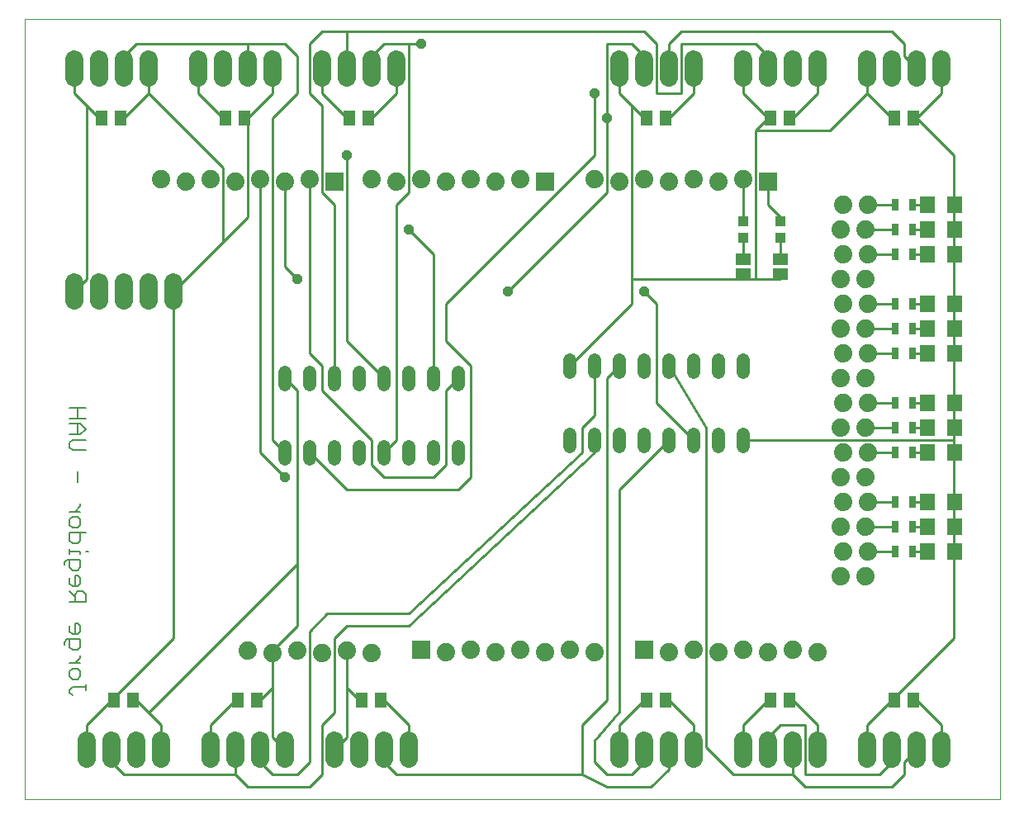
<source format=gtl>
G75*
G70*
%OFA0B0*%
%FSLAX24Y24*%
%IPPOS*%
%LPD*%
%AMOC8*
5,1,8,0,0,1.08239X$1,22.5*
%
%ADD10C,0.0000*%
%ADD11C,0.0060*%
%ADD12R,0.0740X0.0740*%
%ADD13C,0.0740*%
%ADD14C,0.0740*%
%ADD15C,0.0520*%
%ADD16R,0.0315X0.0472*%
%ADD17R,0.0630X0.0710*%
%ADD18R,0.0394X0.0433*%
%ADD19R,0.0630X0.0460*%
%ADD20R,0.0512X0.0591*%
%ADD21C,0.0100*%
%ADD22OC8,0.0400*%
D10*
X000180Y000180D02*
X000180Y031676D01*
X039550Y031676D01*
X039550Y000180D01*
X000180Y000180D01*
D11*
X002117Y004393D02*
X002010Y004500D01*
X002010Y004607D01*
X002117Y004714D01*
X002651Y004714D01*
X002651Y004820D02*
X002651Y004607D01*
X002330Y005038D02*
X002117Y005038D01*
X002010Y005145D01*
X002010Y005358D01*
X002117Y005465D01*
X002330Y005465D01*
X002437Y005358D01*
X002437Y005145D01*
X002330Y005038D01*
X002224Y005682D02*
X002437Y005896D01*
X002437Y006003D01*
X002330Y006219D02*
X002117Y006219D01*
X002010Y006326D01*
X002010Y006646D01*
X001903Y006646D02*
X002437Y006646D01*
X002437Y006326D01*
X002330Y006219D01*
X001796Y006433D02*
X001796Y006540D01*
X001903Y006646D01*
X002117Y006864D02*
X002330Y006864D01*
X002437Y006971D01*
X002437Y007184D01*
X002330Y007291D01*
X002224Y007291D01*
X002224Y006864D01*
X002117Y006864D02*
X002010Y006971D01*
X002010Y007184D01*
X002010Y008153D02*
X002651Y008153D01*
X002651Y008473D01*
X002544Y008580D01*
X002330Y008580D01*
X002224Y008473D01*
X002224Y008153D01*
X002224Y008367D02*
X002010Y008580D01*
X002117Y008798D02*
X002330Y008798D01*
X002437Y008904D01*
X002437Y009118D01*
X002330Y009225D01*
X002224Y009225D01*
X002224Y008798D01*
X002117Y008798D02*
X002010Y008904D01*
X002010Y009118D01*
X002117Y009442D02*
X002010Y009549D01*
X002010Y009869D01*
X001903Y009869D02*
X002437Y009869D01*
X002437Y009549D01*
X002330Y009442D01*
X002117Y009442D01*
X001796Y009656D02*
X001796Y009762D01*
X001903Y009869D01*
X002010Y010087D02*
X002010Y010300D01*
X002010Y010194D02*
X002437Y010194D01*
X002437Y010087D01*
X002651Y010194D02*
X002757Y010194D01*
X002330Y010516D02*
X002437Y010623D01*
X002437Y010943D01*
X002651Y010943D02*
X002010Y010943D01*
X002010Y010623D01*
X002117Y010516D01*
X002330Y010516D01*
X002330Y011161D02*
X002117Y011161D01*
X002010Y011268D01*
X002010Y011481D01*
X002117Y011588D01*
X002330Y011588D01*
X002437Y011481D01*
X002437Y011268D01*
X002330Y011161D01*
X002224Y011806D02*
X002437Y012019D01*
X002437Y012126D01*
X002437Y011806D02*
X002010Y011806D01*
X002330Y012987D02*
X002330Y013414D01*
X002117Y014276D02*
X002010Y014383D01*
X002010Y014597D01*
X002117Y014703D01*
X002651Y014703D01*
X002437Y014921D02*
X002651Y015134D01*
X002437Y015348D01*
X002010Y015348D01*
X002010Y015565D02*
X002651Y015565D01*
X002330Y015565D02*
X002330Y015992D01*
X002010Y015992D02*
X002651Y015992D01*
X002330Y015348D02*
X002330Y014921D01*
X002437Y014921D02*
X002010Y014921D01*
X002117Y014276D02*
X002651Y014276D01*
X002437Y005682D02*
X002010Y005682D01*
D12*
X016180Y006230D03*
X025180Y006230D03*
X021180Y025130D03*
X012680Y025130D03*
X030180Y025130D03*
D13*
X029180Y025230D03*
X028180Y025130D03*
X027180Y025230D03*
X026180Y025130D03*
X025180Y025230D03*
X024180Y025130D03*
X023180Y025230D03*
X020180Y025230D03*
X019180Y025130D03*
X018180Y025230D03*
X017180Y025130D03*
X016180Y025230D03*
X015180Y025130D03*
X014180Y025230D03*
X011680Y025230D03*
X010680Y025130D03*
X009680Y025230D03*
X008680Y025130D03*
X007680Y025230D03*
X006680Y025130D03*
X005680Y025230D03*
X009180Y006180D03*
X010180Y006080D03*
X011180Y006180D03*
X012180Y006080D03*
X013180Y006180D03*
X014180Y006080D03*
X017180Y006130D03*
X018180Y006230D03*
X019180Y006130D03*
X020180Y006230D03*
X021180Y006130D03*
X022180Y006230D03*
X023180Y006130D03*
X026180Y006130D03*
X027180Y006230D03*
X028180Y006130D03*
X029180Y006230D03*
X030180Y006130D03*
X031180Y006230D03*
X032180Y006130D03*
X033130Y009180D03*
X034130Y009180D03*
X034230Y010180D03*
X033230Y010180D03*
X033130Y011180D03*
X034130Y011180D03*
X034230Y012180D03*
X033230Y012180D03*
X033130Y013180D03*
X034130Y013180D03*
X034230Y014180D03*
X033230Y014180D03*
X033130Y015180D03*
X034130Y015180D03*
X034230Y016180D03*
X033230Y016180D03*
X033130Y017180D03*
X034130Y017180D03*
X034230Y018180D03*
X033230Y018180D03*
X033130Y019180D03*
X034130Y019180D03*
X034230Y020180D03*
X033230Y020180D03*
X033130Y021180D03*
X034130Y021180D03*
X034230Y022180D03*
X033230Y022180D03*
X033130Y023180D03*
X034130Y023180D03*
X034230Y024180D03*
X033230Y024180D03*
D14*
X034180Y029310D02*
X034180Y030050D01*
X035180Y030050D02*
X035180Y029310D01*
X036180Y029310D02*
X036180Y030050D01*
X037180Y030050D02*
X037180Y029310D01*
X032180Y029310D02*
X032180Y030050D01*
X031180Y030050D02*
X031180Y029310D01*
X030180Y029310D02*
X030180Y030050D01*
X029180Y030050D02*
X029180Y029310D01*
X027180Y029310D02*
X027180Y030050D01*
X026180Y030050D02*
X026180Y029310D01*
X025180Y029310D02*
X025180Y030050D01*
X024180Y030050D02*
X024180Y029310D01*
X015180Y029310D02*
X015180Y030050D01*
X014180Y030050D02*
X014180Y029310D01*
X013180Y029310D02*
X013180Y030050D01*
X012180Y030050D02*
X012180Y029310D01*
X010180Y029310D02*
X010180Y030050D01*
X009180Y030050D02*
X009180Y029310D01*
X008180Y029310D02*
X008180Y030050D01*
X007180Y030050D02*
X007180Y029310D01*
X005180Y029310D02*
X005180Y030050D01*
X004180Y030050D02*
X004180Y029310D01*
X003180Y029310D02*
X003180Y030050D01*
X002180Y030050D02*
X002180Y029310D01*
X002180Y021050D02*
X002180Y020310D01*
X003180Y020310D02*
X003180Y021050D01*
X004180Y021050D02*
X004180Y020310D01*
X005180Y020310D02*
X005180Y021050D01*
X006180Y021050D02*
X006180Y020310D01*
X005680Y002550D02*
X005680Y001810D01*
X004680Y001810D02*
X004680Y002550D01*
X003680Y002550D02*
X003680Y001810D01*
X002680Y001810D02*
X002680Y002550D01*
X007680Y002550D02*
X007680Y001810D01*
X008680Y001810D02*
X008680Y002550D01*
X009680Y002550D02*
X009680Y001810D01*
X010680Y001810D02*
X010680Y002550D01*
X012680Y002550D02*
X012680Y001810D01*
X013680Y001810D02*
X013680Y002550D01*
X014680Y002550D02*
X014680Y001810D01*
X015680Y001810D02*
X015680Y002550D01*
X024180Y002550D02*
X024180Y001810D01*
X025180Y001810D02*
X025180Y002550D01*
X026180Y002550D02*
X026180Y001810D01*
X027180Y001810D02*
X027180Y002550D01*
X029180Y002550D02*
X029180Y001810D01*
X030180Y001810D02*
X030180Y002550D01*
X031180Y002550D02*
X031180Y001810D01*
X032180Y001810D02*
X032180Y002550D01*
X034180Y002550D02*
X034180Y001810D01*
X035180Y001810D02*
X035180Y002550D01*
X036180Y002550D02*
X036180Y001810D01*
X037180Y001810D02*
X037180Y002550D01*
D15*
X029180Y014420D02*
X029180Y014940D01*
X028180Y014940D02*
X028180Y014420D01*
X027180Y014420D02*
X027180Y014940D01*
X026180Y014940D02*
X026180Y014420D01*
X025180Y014420D02*
X025180Y014940D01*
X024180Y014940D02*
X024180Y014420D01*
X023180Y014420D02*
X023180Y014940D01*
X022180Y014940D02*
X022180Y014420D01*
X022180Y017420D02*
X022180Y017940D01*
X023180Y017940D02*
X023180Y017420D01*
X024180Y017420D02*
X024180Y017940D01*
X025180Y017940D02*
X025180Y017420D01*
X026180Y017420D02*
X026180Y017940D01*
X027180Y017940D02*
X027180Y017420D01*
X028180Y017420D02*
X028180Y017940D01*
X029180Y017940D02*
X029180Y017420D01*
X017680Y017440D02*
X017680Y016920D01*
X016680Y016920D02*
X016680Y017440D01*
X015680Y017440D02*
X015680Y016920D01*
X014680Y016920D02*
X014680Y017440D01*
X013680Y017440D02*
X013680Y016920D01*
X012680Y016920D02*
X012680Y017440D01*
X011680Y017440D02*
X011680Y016920D01*
X010680Y016920D02*
X010680Y017440D01*
X010680Y014440D02*
X010680Y013920D01*
X011680Y013920D02*
X011680Y014440D01*
X012680Y014440D02*
X012680Y013920D01*
X013680Y013920D02*
X013680Y014440D01*
X014680Y014440D02*
X014680Y013920D01*
X015680Y013920D02*
X015680Y014440D01*
X016680Y014440D02*
X016680Y013920D01*
X017680Y013920D02*
X017680Y014440D01*
D16*
X035326Y014180D03*
X036034Y014180D03*
X036034Y015180D03*
X035326Y015180D03*
X035326Y016180D03*
X036034Y016180D03*
X036034Y018180D03*
X035326Y018180D03*
X035326Y019180D03*
X036034Y019180D03*
X036034Y020180D03*
X035326Y020180D03*
X035326Y022180D03*
X036034Y022180D03*
X036034Y023180D03*
X035326Y023180D03*
X035326Y024180D03*
X036034Y024180D03*
X036034Y012180D03*
X035326Y012180D03*
X035326Y011180D03*
X036034Y011180D03*
X036034Y010180D03*
X035326Y010180D03*
D17*
X036620Y010180D03*
X037740Y010180D03*
X037740Y011180D03*
X037740Y012180D03*
X036620Y012180D03*
X036620Y011180D03*
X036620Y014180D03*
X036620Y015180D03*
X036620Y016180D03*
X037740Y016180D03*
X037740Y015180D03*
X037740Y014180D03*
X037740Y018180D03*
X037740Y019180D03*
X037740Y020180D03*
X036620Y020180D03*
X036620Y019180D03*
X036620Y018180D03*
X036620Y022180D03*
X036620Y023180D03*
X036620Y024180D03*
X037740Y024180D03*
X037740Y023180D03*
X037740Y022180D03*
D18*
X030680Y022845D03*
X030680Y023515D03*
X029180Y023515D03*
X029180Y022845D03*
D19*
X029180Y021980D03*
X029180Y021380D03*
X030680Y021380D03*
X030680Y021980D03*
D20*
X030306Y027680D03*
X031054Y027680D03*
X035306Y027680D03*
X036054Y027680D03*
X026054Y027680D03*
X025306Y027680D03*
X014054Y027680D03*
X013306Y027680D03*
X009054Y027680D03*
X008306Y027680D03*
X004054Y027680D03*
X003306Y027680D03*
X003806Y004180D03*
X004554Y004180D03*
X008806Y004180D03*
X009554Y004180D03*
X013806Y004180D03*
X014554Y004180D03*
X025306Y004180D03*
X026054Y004180D03*
X030306Y004180D03*
X031054Y004180D03*
X035306Y004180D03*
X036054Y004180D03*
D21*
X036180Y004180D01*
X037180Y003180D01*
X037180Y002180D01*
X036180Y002180D02*
X035680Y001680D01*
X035680Y001180D01*
X035180Y000680D01*
X031680Y000680D01*
X031180Y001180D01*
X031180Y002180D01*
X032180Y002180D02*
X032180Y003180D01*
X031180Y004180D01*
X031054Y004180D01*
X030306Y004180D02*
X030180Y004180D01*
X029180Y003180D01*
X029180Y002180D01*
X030180Y002180D02*
X030180Y002680D01*
X030680Y003180D01*
X031680Y003180D01*
X031680Y001180D01*
X034680Y001180D01*
X035180Y001680D01*
X035180Y002180D01*
X034180Y002180D02*
X034180Y003180D01*
X035180Y004180D01*
X035306Y004180D01*
X035180Y004180D02*
X037680Y006680D01*
X037680Y010180D01*
X037740Y010180D01*
X037680Y010180D02*
X037680Y011180D01*
X037740Y011180D01*
X037680Y011180D02*
X037680Y012180D01*
X037740Y012180D01*
X037680Y012180D02*
X037680Y014180D01*
X037740Y014180D01*
X037680Y014180D02*
X037680Y014680D01*
X029180Y014680D01*
X027680Y015180D02*
X027680Y002298D01*
X028798Y001180D01*
X031180Y001180D01*
X027180Y002180D02*
X027180Y003180D01*
X026180Y004180D01*
X026054Y004180D01*
X025306Y004180D02*
X025180Y004180D01*
X024180Y003180D01*
X024180Y002180D01*
X023180Y002566D02*
X024177Y003678D01*
X024180Y003680D01*
X024180Y012680D01*
X026180Y014680D01*
X027180Y014680D02*
X025680Y016180D01*
X025680Y020180D01*
X025180Y020680D01*
X024680Y021180D02*
X029180Y021180D01*
X029180Y021380D01*
X029180Y021180D02*
X029680Y021180D01*
X029680Y027180D01*
X032680Y027180D01*
X034180Y028680D01*
X034180Y029680D01*
X034180Y028680D02*
X035180Y027680D01*
X035306Y027680D01*
X036054Y027680D02*
X036180Y027680D01*
X037680Y026180D01*
X037680Y024180D01*
X037740Y024180D01*
X037680Y024180D02*
X037680Y023180D01*
X037740Y023180D01*
X037680Y023180D02*
X037680Y022180D01*
X037740Y022180D01*
X037680Y022180D02*
X037680Y020180D01*
X037740Y020180D01*
X037680Y020180D02*
X037680Y019180D01*
X037740Y019180D01*
X037680Y019180D02*
X037680Y018180D01*
X037740Y018180D01*
X037680Y018180D02*
X037680Y016180D01*
X037740Y016180D01*
X037680Y016180D02*
X037680Y015180D01*
X037740Y015180D01*
X037680Y015180D02*
X037680Y014680D01*
X036680Y014180D02*
X036620Y014180D01*
X036034Y014180D01*
X035326Y014180D02*
X034230Y014180D01*
X034180Y014180D01*
X034130Y015180D02*
X035326Y015180D01*
X036034Y015180D02*
X036620Y015180D01*
X036680Y015180D01*
X036680Y016180D02*
X036620Y016180D01*
X036034Y016180D01*
X035326Y016180D02*
X034230Y016180D01*
X034180Y016180D01*
X034180Y018180D02*
X034230Y018180D01*
X035326Y018180D01*
X036034Y018180D02*
X036620Y018180D01*
X036680Y018180D01*
X036680Y019180D02*
X036620Y019180D01*
X036034Y019180D01*
X035326Y019180D02*
X034130Y019180D01*
X034180Y020180D02*
X034230Y020180D01*
X035326Y020180D01*
X036034Y020180D02*
X036620Y020180D01*
X036680Y020180D01*
X036680Y022180D02*
X036620Y022180D01*
X036034Y022180D01*
X035326Y022180D02*
X034230Y022180D01*
X034180Y022180D01*
X034130Y023180D02*
X035326Y023180D01*
X036034Y023180D02*
X036620Y023180D01*
X036680Y023180D01*
X036680Y024180D02*
X036620Y024180D01*
X036034Y024180D01*
X035326Y024180D02*
X034230Y024180D01*
X034180Y024180D01*
X030680Y023680D02*
X030680Y023515D01*
X030680Y023680D02*
X030180Y024180D01*
X030180Y025130D01*
X030180Y025180D01*
X029180Y025230D02*
X029180Y023515D01*
X029180Y022845D02*
X029180Y021980D01*
X029680Y021180D02*
X030680Y021180D01*
X030680Y021380D01*
X030680Y021980D02*
X030680Y022845D01*
X029680Y027180D02*
X030180Y027680D01*
X030306Y027680D01*
X030180Y027680D02*
X029180Y028680D01*
X029180Y029680D01*
X030180Y029680D02*
X030180Y030180D01*
X029680Y030680D01*
X026680Y030680D01*
X026680Y028680D01*
X025680Y028680D01*
X025680Y030680D01*
X025180Y031180D01*
X013180Y031180D01*
X013180Y029680D01*
X014180Y029680D02*
X014180Y030180D01*
X014680Y030680D01*
X015680Y030680D01*
X016180Y030680D01*
X015680Y030680D02*
X015680Y024680D01*
X015180Y024180D01*
X015180Y014680D01*
X014680Y014180D01*
X014180Y013680D02*
X014680Y013180D01*
X016680Y013180D01*
X017180Y013680D01*
X017180Y016680D01*
X017680Y017180D01*
X018180Y017680D02*
X017180Y018680D01*
X017180Y020180D01*
X023180Y026180D01*
X023180Y028680D01*
X024180Y028680D02*
X024180Y029680D01*
X024180Y028680D02*
X024680Y028180D01*
X024680Y021180D01*
X024680Y020180D01*
X022180Y017680D01*
X023180Y017680D02*
X023180Y015680D01*
X022680Y015180D01*
X022680Y014180D01*
X015680Y007680D01*
X012387Y007680D01*
X011680Y006973D01*
X011680Y001680D01*
X011180Y001180D01*
X010180Y001180D01*
X009680Y001680D01*
X009680Y002180D01*
X010180Y002680D02*
X010180Y004680D01*
X010180Y006080D01*
X010180Y006180D01*
X011180Y007180D01*
X011180Y009680D01*
X005180Y003680D01*
X004680Y004180D01*
X004554Y004180D01*
X003806Y004180D02*
X003680Y004180D01*
X006180Y006680D01*
X006180Y020680D01*
X008180Y022680D01*
X008180Y025680D01*
X005180Y028680D01*
X005180Y029680D01*
X004180Y029680D02*
X004180Y030180D01*
X004680Y030680D01*
X009180Y030680D01*
X009180Y029680D01*
X010180Y029680D02*
X010180Y028680D01*
X009180Y027680D01*
X009054Y027680D01*
X009180Y027680D02*
X009180Y023680D01*
X008180Y022680D01*
X010680Y021680D02*
X010680Y025130D01*
X010680Y025180D01*
X009680Y025230D02*
X009680Y014180D01*
X010680Y013180D01*
X010680Y014180D02*
X010180Y014680D01*
X010180Y027680D01*
X010680Y028180D01*
X011180Y028680D01*
X011180Y030180D01*
X010680Y030680D01*
X009180Y030680D01*
X007180Y029680D02*
X007180Y028680D01*
X008180Y027680D01*
X008306Y027680D01*
X005180Y028680D02*
X004180Y027680D01*
X004054Y027680D01*
X003306Y027680D02*
X003180Y027680D01*
X002680Y028180D01*
X002680Y021180D01*
X002180Y020680D01*
X010680Y021680D02*
X011180Y021180D01*
X013180Y018680D02*
X013180Y026180D01*
X013180Y027680D02*
X013306Y027680D01*
X013180Y027680D02*
X012180Y028680D01*
X012180Y029680D01*
X011680Y030680D02*
X011680Y028680D01*
X012180Y028180D01*
X012180Y024680D01*
X012680Y024180D01*
X012680Y017180D01*
X012180Y016680D02*
X014180Y014680D01*
X014180Y013680D01*
X013180Y012680D02*
X017680Y012680D01*
X018180Y013180D01*
X018180Y017680D01*
X016680Y017180D02*
X016680Y022180D01*
X015680Y023180D01*
X011680Y025230D02*
X011680Y018180D01*
X012180Y017680D01*
X012180Y016680D01*
X011180Y016680D02*
X011180Y009680D01*
X013180Y007180D02*
X015680Y007180D01*
X023180Y014180D01*
X023180Y014680D01*
X023680Y017180D02*
X023680Y004180D01*
X023180Y003680D01*
X022680Y003180D01*
X022680Y001180D01*
X015180Y001180D01*
X014680Y001680D01*
X014680Y002180D01*
X015680Y002180D02*
X015680Y003180D01*
X014680Y004180D01*
X014554Y004180D01*
X013806Y004180D02*
X013680Y004180D01*
X013180Y004680D01*
X013180Y002680D01*
X012680Y002180D01*
X012180Y001180D02*
X012180Y003180D01*
X012680Y003680D01*
X012680Y006680D01*
X013180Y007180D01*
X013180Y006180D02*
X013180Y004680D01*
X010180Y004680D02*
X009680Y004180D01*
X009554Y004180D01*
X008806Y004180D02*
X008680Y004180D01*
X007680Y003180D01*
X007680Y002180D01*
X008680Y002180D02*
X008680Y001180D01*
X004180Y001180D01*
X003680Y001680D01*
X003680Y002180D01*
X002680Y002180D02*
X002680Y003180D01*
X003680Y004180D01*
X005180Y003680D02*
X005680Y003180D01*
X005680Y002180D01*
X008680Y001180D02*
X009180Y000680D01*
X011680Y000680D01*
X012180Y001180D01*
X010680Y002180D02*
X010180Y002680D01*
X013180Y012680D02*
X011680Y014180D01*
X011180Y016680D02*
X010680Y017180D01*
X013180Y018680D02*
X014680Y017180D01*
X019680Y020680D02*
X023680Y024680D01*
X023680Y027680D01*
X023680Y030680D01*
X024680Y030680D01*
X025180Y030180D01*
X025180Y029680D01*
X026180Y029680D02*
X026180Y030680D01*
X026680Y031180D01*
X035180Y031180D01*
X035680Y030680D01*
X035680Y030180D01*
X036180Y029680D01*
X037180Y029680D02*
X037180Y028680D01*
X036180Y027680D01*
X032180Y028680D02*
X032180Y029680D01*
X032180Y028680D02*
X031180Y027680D01*
X031054Y027680D01*
X027180Y028680D02*
X027180Y029680D01*
X027180Y028680D02*
X026180Y027680D01*
X026054Y027680D01*
X025306Y027680D02*
X025180Y027680D01*
X024680Y028180D01*
X015180Y028680D02*
X015180Y029680D01*
X015180Y028680D02*
X014180Y027680D01*
X014054Y027680D01*
X011680Y030680D02*
X012180Y031180D01*
X013180Y031180D01*
X002680Y028180D02*
X002180Y028680D01*
X002180Y029680D01*
X023680Y017180D02*
X024180Y017680D01*
X026180Y017680D02*
X027680Y015180D01*
X034180Y012180D02*
X034230Y012180D01*
X035326Y012180D01*
X036034Y012180D02*
X036620Y012180D01*
X036680Y012180D01*
X036680Y011180D02*
X036620Y011180D01*
X036034Y011180D01*
X035326Y011180D02*
X034130Y011180D01*
X034180Y010180D02*
X034230Y010180D01*
X035326Y010180D01*
X036034Y010180D02*
X036620Y010180D01*
X036680Y010180D01*
X026180Y002180D02*
X026180Y001387D01*
X025473Y000680D01*
X023680Y000680D01*
X022680Y001180D01*
X023180Y001680D02*
X023180Y002566D01*
X023180Y001680D02*
X023680Y001180D01*
X024680Y001180D01*
X025180Y001680D01*
X025180Y002180D01*
D22*
X010680Y013180D03*
X019680Y020680D03*
X015680Y023180D03*
X013180Y026180D03*
X016180Y030680D03*
X023180Y028680D03*
X023680Y027680D03*
X025180Y020680D03*
X011180Y021180D03*
M02*

</source>
